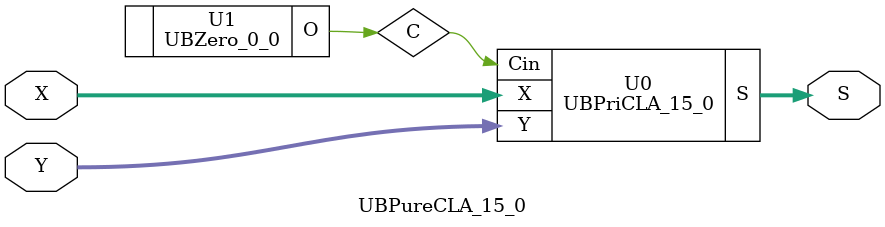
<source format=v>
/*----------------------------------------------------------------------------
  Copyright (c) 2021 Homma laboratory. All rights reserved.

  Top module: UBCLA_15_0_15_0

  Operand-1 length: 16
  Operand-2 length: 16
  Two-operand addition algorithm: Carry look-ahead adder
----------------------------------------------------------------------------*/

module GPGenerator(Go, Po, A, B);
  output Go;
  output Po;
  input A;
  input B;
  assign Go = A & B;
  assign Po = A ^ B;
endmodule

module CLAUnit_16(C, G, P, Cin);
  output [16:1] C;
  input Cin;
  input [15:0] G;
  input [15:0] P;
  assign C[1] = G[0] | ( P[0] & Cin );
  assign C[2] = G[1] | ( P[1] & G[0] ) | ( P[1] & P[0] & Cin );
  assign C[3] = G[2] | ( P[2] & G[1] ) | ( P[2] & P[1] & G[0] ) | ( P[2] & P[1] & P[0] & Cin );
  assign C[4] = G[3] | ( P[3] & G[2] ) | ( P[3] & P[2] & G[1] ) | ( P[3] & P[2] & P[1] & G[0] ) | ( P[3] & P[2] & P[1] & P[0] & Cin );
  assign C[5] = G[4] | ( P[4] & G[3] ) | ( P[4] & P[3] & G[2] ) | ( P[4] & P[3] & P[2] & G[1] ) | ( P[4] & P[3] & P[2] & P[1] & G[0] ) | ( P[4] & P[3] & P[2] & P[1] & P[0] & Cin );
  assign C[6] = G[5] | ( P[5] & G[4] ) | ( P[5] & P[4] & G[3] ) | ( P[5] & P[4] & P[3] & G[2] ) | ( P[5] & P[4] & P[3] & P[2] & G[1] ) | ( P[5] & P[4] & P[3] & P[2] & P[1] & G[0] ) | ( P[5] & P[4] & P[3]
 & P[2] & P[1] & P[0] & Cin );
  assign C[7] = G[6] | ( P[6] & G[5] ) | ( P[6] & P[5] & G[4] ) | ( P[6] & P[5] & P[4] & G[3] ) | ( P[6] & P[5] & P[4] & P[3] & G[2] ) | ( P[6] & P[5] & P[4] & P[3] & P[2] & G[1] ) | ( P[6] & P[5] & P[4]
 & P[3] & P[2] & P[1] & G[0] ) | ( P[6] & P[5] & P[4] & P[3] & P[2] & P[1] & P[0] & Cin );
  assign C[8] = G[7] | ( P[7] & G[6] ) | ( P[7] & P[6] & G[5] ) | ( P[7] & P[6] & P[5] & G[4] ) | ( P[7] & P[6] & P[5] & P[4] & G[3] ) | ( P[7] & P[6] & P[5] & P[4] & P[3] & G[2] ) | ( P[7] & P[6] & P[5]
 & P[4] & P[3] & P[2] & G[1] ) | ( P[7] & P[6] & P[5] & P[4] & P[3] & P[2] & P[1] & G[0] ) | ( P[7] & P[6] & P[5] & P[4] & P[3] & P[2] & P[1] & P[0] & Cin );
  assign C[9] = G[8] | ( P[8] & G[7] ) | ( P[8] & P[7] & G[6] ) | ( P[8] & P[7] & P[6] & G[5] ) | ( P[8] & P[7] & P[6] & P[5] & G[4] ) | ( P[8] & P[7] & P[6] & P[5] & P[4] & G[3] ) | ( P[8] & P[7] & P[6]
 & P[5] & P[4] & P[3] & G[2] ) | ( P[8] & P[7] & P[6] & P[5] & P[4] & P[3] & P[2] & G[1] ) | ( P[8] & P[7] & P[6] & P[5] & P[4] & P[3] & P[2] & P[1] & G[0] ) | ( P[8] & P[7] & P[6] & P[5] & P[4] & P[3]
 & P[2] & P[1] & P[0] & Cin );
  assign C[10] = G[9] | ( P[9] & G[8] ) | ( P[9] & P[8] & G[7] ) | ( P[9] & P[8] & P[7] & G[6] ) | ( P[9] & P[8] & P[7] & P[6] & G[5] ) | ( P[9] & P[8] & P[7] & P[6] & P[5] & G[4] ) | ( P[9] & P[8] & P[7]
 & P[6] & P[5] & P[4] & G[3] ) | ( P[9] & P[8] & P[7] & P[6] & P[5] & P[4] & P[3] & G[2] ) | ( P[9] & P[8] & P[7] & P[6] & P[5] & P[4] & P[3] & P[2] & G[1] ) | ( P[9] & P[8] & P[7] & P[6] & P[5] & P[4]
 & P[3] & P[2] & P[1] & G[0] ) | ( P[9] & P[8] & P[7] & P[6] & P[5] & P[4] & P[3] & P[2] & P[1] & P[0] & Cin );
  assign C[11] = G[10] | ( P[10] & G[9] ) | ( P[10] & P[9] & G[8] ) | ( P[10] & P[9] & P[8] & G[7] ) | ( P[10] & P[9] & P[8] & P[7] & G[6] ) | ( P[10] & P[9] & P[8] & P[7] & P[6] & G[5] ) | ( P[10] & P[9]
 & P[8] & P[7] & P[6] & P[5] & G[4] ) | ( P[10] & P[9] & P[8] & P[7] & P[6] & P[5] & P[4] & G[3] ) | ( P[10] & P[9] & P[8] & P[7] & P[6] & P[5] & P[4] & P[3] & G[2] ) | ( P[10] & P[9] & P[8] & P[7] & P[6]
 & P[5] & P[4] & P[3] & P[2] & G[1] ) | ( P[10] & P[9] & P[8] & P[7] & P[6] & P[5] & P[4] & P[3] & P[2] & P[1] & G[0] ) | ( P[10] & P[9] & P[8] & P[7] & P[6] & P[5] & P[4] & P[3] & P[2] & P[1] & P[0] &
 Cin );
  assign C[12] = G[11] | ( P[11] & G[10] ) | ( P[11] & P[10] & G[9] ) | ( P[11] & P[10] & P[9] & G[8] ) | ( P[11] & P[10] & P[9] & P[8] & G[7] ) | ( P[11] & P[10] & P[9] & P[8] & P[7] & G[6] ) | ( P[11]
 & P[10] & P[9] & P[8] & P[7] & P[6] & G[5] ) | ( P[11] & P[10] & P[9] & P[8] & P[7] & P[6] & P[5] & G[4] ) | ( P[11] & P[10] & P[9] & P[8] & P[7] & P[6] & P[5] & P[4] & G[3] ) | ( P[11] & P[10] & P[9]
 & P[8] & P[7] & P[6] & P[5] & P[4] & P[3] & G[2] ) | ( P[11] & P[10] & P[9] & P[8] & P[7] & P[6] & P[5] & P[4] & P[3] & P[2] & G[1] ) | ( P[11] & P[10] & P[9] & P[8] & P[7] & P[6] & P[5] & P[4] & P[3]
 & P[2] & P[1] & G[0] ) | ( P[11] & P[10] & P[9] & P[8] & P[7] & P[6] & P[5] & P[4] & P[3] & P[2] & P[1] & P[0] & Cin );
  assign C[13] = G[12] | ( P[12] & G[11] ) | ( P[12] & P[11] & G[10] ) | ( P[12] & P[11] & P[10] & G[9] ) | ( P[12] & P[11] & P[10] & P[9] & G[8] ) | ( P[12] & P[11] & P[10] & P[9] & P[8] & G[7] ) | ( P[12]
 & P[11] & P[10] & P[9] & P[8] & P[7] & G[6] ) | ( P[12] & P[11] & P[10] & P[9] & P[8] & P[7] & P[6] & G[5] ) | ( P[12] & P[11] & P[10] & P[9] & P[8] & P[7] & P[6] & P[5] & G[4] ) | ( P[12] & P[11] & P[10]
 & P[9] & P[8] & P[7] & P[6] & P[5] & P[4] & G[3] ) | ( P[12] & P[11] & P[10] & P[9] & P[8] & P[7] & P[6] & P[5] & P[4] & P[3] & G[2] ) | ( P[12] & P[11] & P[10] & P[9] & P[8] & P[7] & P[6] & P[5] & P[4]
 & P[3] & P[2] & G[1] ) | ( P[12] & P[11] & P[10] & P[9] & P[8] & P[7] & P[6] & P[5] & P[4] & P[3] & P[2] & P[1] & G[0] ) | ( P[12] & P[11] & P[10] & P[9] & P[8] & P[7] & P[6] & P[5] & P[4] & P[3] & P[2]
 & P[1] & P[0] & Cin );
  assign C[14] = G[13] | ( P[13] & G[12] ) | ( P[13] & P[12] & G[11] ) | ( P[13] & P[12] & P[11] & G[10] ) | ( P[13] & P[12] & P[11] & P[10] & G[9] ) | ( P[13] & P[12] & P[11] & P[10] & P[9] & G[8] ) |
 ( P[13] & P[12] & P[11] & P[10] & P[9] & P[8] & G[7] ) | ( P[13] & P[12] & P[11] & P[10] & P[9] & P[8] & P[7] & G[6] ) | ( P[13] & P[12] & P[11] & P[10] & P[9] & P[8] & P[7] & P[6] & G[5] ) | ( P[13] &
 P[12] & P[11] & P[10] & P[9] & P[8] & P[7] & P[6] & P[5] & G[4] ) | ( P[13] & P[12] & P[11] & P[10] & P[9] & P[8] & P[7] & P[6] & P[5] & P[4] & G[3] ) | ( P[13] & P[12] & P[11] & P[10] & P[9] & P[8] &
 P[7] & P[6] & P[5] & P[4] & P[3] & G[2] ) | ( P[13] & P[12] & P[11] & P[10] & P[9] & P[8] & P[7] & P[6] & P[5] & P[4] & P[3] & P[2] & G[1] ) | ( P[13] & P[12] & P[11] & P[10] & P[9] & P[8] & P[7] & P[6]
 & P[5] & P[4] & P[3] & P[2] & P[1] & G[0] ) | ( P[13] & P[12] & P[11] & P[10] & P[9] & P[8] & P[7] & P[6] & P[5] & P[4] & P[3] & P[2] & P[1] & P[0] & Cin );
  assign C[15] = G[14] | ( P[14] & G[13] ) | ( P[14] & P[13] & G[12] ) | ( P[14] & P[13] & P[12] & G[11] ) | ( P[14] & P[13] & P[12] & P[11] & G[10] ) | ( P[14] & P[13] & P[12] & P[11] & P[10] & G[9] )
 | ( P[14] & P[13] & P[12] & P[11] & P[10] & P[9] & G[8] ) | ( P[14] & P[13] & P[12] & P[11] & P[10] & P[9] & P[8] & G[7] ) | ( P[14] & P[13] & P[12] & P[11] & P[10] & P[9] & P[8] & P[7] & G[6] ) | ( P[14]
 & P[13] & P[12] & P[11] & P[10] & P[9] & P[8] & P[7] & P[6] & G[5] ) | ( P[14] & P[13] & P[12] & P[11] & P[10] & P[9] & P[8] & P[7] & P[6] & P[5] & G[4] ) | ( P[14] & P[13] & P[12] & P[11] & P[10] & P[9]
 & P[8] & P[7] & P[6] & P[5] & P[4] & G[3] ) | ( P[14] & P[13] & P[12] & P[11] & P[10] & P[9] & P[8] & P[7] & P[6] & P[5] & P[4] & P[3] & G[2] ) | ( P[14] & P[13] & P[12] & P[11] & P[10] & P[9] & P[8] &
 P[7] & P[6] & P[5] & P[4] & P[3] & P[2] & G[1] ) | ( P[14] & P[13] & P[12] & P[11] & P[10] & P[9] & P[8] & P[7] & P[6] & P[5] & P[4] & P[3] & P[2] & P[1] & G[0] ) | ( P[14] & P[13] & P[12] & P[11] & P[10]
 & P[9] & P[8] & P[7] & P[6] & P[5] & P[4] & P[3] & P[2] & P[1] & P[0] & Cin );
  assign C[16] = G[15] | ( P[15] & G[14] ) | ( P[15] & P[14] & G[13] ) | ( P[15] & P[14] & P[13] & G[12] ) | ( P[15] & P[14] & P[13] & P[12] & G[11] ) | ( P[15] & P[14] & P[13] & P[12] & P[11] & G[10] )
 | ( P[15] & P[14] & P[13] & P[12] & P[11] & P[10] & G[9] ) | ( P[15] & P[14] & P[13] & P[12] & P[11] & P[10] & P[9] & G[8] ) | ( P[15] & P[14] & P[13] & P[12] & P[11] & P[10] & P[9] & P[8] & G[7] ) | (
 P[15] & P[14] & P[13] & P[12] & P[11] & P[10] & P[9] & P[8] & P[7] & G[6] ) | ( P[15] & P[14] & P[13] & P[12] & P[11] & P[10] & P[9] & P[8] & P[7] & P[6] & G[5] ) | ( P[15] & P[14] & P[13] & P[12] & P[11]
 & P[10] & P[9] & P[8] & P[7] & P[6] & P[5] & G[4] ) | ( P[15] & P[14] & P[13] & P[12] & P[11] & P[10] & P[9] & P[8] & P[7] & P[6] & P[5] & P[4] & G[3] ) | ( P[15] & P[14] & P[13] & P[12] & P[11] & P[10]
 & P[9] & P[8] & P[7] & P[6] & P[5] & P[4] & P[3] & G[2] ) | ( P[15] & P[14] & P[13] & P[12] & P[11] & P[10] & P[9] & P[8] & P[7] & P[6] & P[5] & P[4] & P[3] & P[2] & G[1] ) | ( P[15] & P[14] & P[13] &
 P[12] & P[11] & P[10] & P[9] & P[8] & P[7] & P[6] & P[5] & P[4] & P[3] & P[2] & P[1] & G[0] ) | ( P[15] & P[14] & P[13] & P[12] & P[11] & P[10] & P[9] & P[8] & P[7] & P[6] & P[5] & P[4] & P[3] & P[2] &
 P[1] & P[0] & Cin );
endmodule

module UBPriCLA_15_0(S, X, Y, Cin);
  output [16:0] S;
  input Cin;
  input [15:0] X;
  input [15:0] Y;
  wire [16:1] C;
  wire [15:0] G;
  wire [15:0] P;
  assign S[0] = Cin ^ P[0];
  assign S[1] = C[1] ^ P[1];
  assign S[2] = C[2] ^ P[2];
  assign S[3] = C[3] ^ P[3];
  assign S[4] = C[4] ^ P[4];
  assign S[5] = C[5] ^ P[5];
  assign S[6] = C[6] ^ P[6];
  assign S[7] = C[7] ^ P[7];
  assign S[8] = C[8] ^ P[8];
  assign S[9] = C[9] ^ P[9];
  assign S[10] = C[10] ^ P[10];
  assign S[11] = C[11] ^ P[11];
  assign S[12] = C[12] ^ P[12];
  assign S[13] = C[13] ^ P[13];
  assign S[14] = C[14] ^ P[14];
  assign S[15] = C[15] ^ P[15];
  assign S[16] = C[16];
  GPGenerator U0 (G[0], P[0], X[0], Y[0]);
  GPGenerator U1 (G[1], P[1], X[1], Y[1]);
  GPGenerator U2 (G[2], P[2], X[2], Y[2]);
  GPGenerator U3 (G[3], P[3], X[3], Y[3]);
  GPGenerator U4 (G[4], P[4], X[4], Y[4]);
  GPGenerator U5 (G[5], P[5], X[5], Y[5]);
  GPGenerator U6 (G[6], P[6], X[6], Y[6]);
  GPGenerator U7 (G[7], P[7], X[7], Y[7]);
  GPGenerator U8 (G[8], P[8], X[8], Y[8]);
  GPGenerator U9 (G[9], P[9], X[9], Y[9]);
  GPGenerator U10 (G[10], P[10], X[10], Y[10]);
  GPGenerator U11 (G[11], P[11], X[11], Y[11]);
  GPGenerator U12 (G[12], P[12], X[12], Y[12]);
  GPGenerator U13 (G[13], P[13], X[13], Y[13]);
  GPGenerator U14 (G[14], P[14], X[14], Y[14]);
  GPGenerator U15 (G[15], P[15], X[15], Y[15]);
  CLAUnit_16 U16 (C, G, P, Cin);
endmodule

module UBZero_0_0(O);
  output [0:0] O;
  assign O[0] = 0;
endmodule

module UBCLA_15_0_15_0 (S, X, Y);
  output [16:0] S;
  input [15:0] X;
  input [15:0] Y;
  UBPureCLA_15_0 U0 (S[16:0], X[15:0], Y[15:0]);
endmodule

module UBPureCLA_15_0 (S, X, Y);
  output [16:0] S;
  input [15:0] X;
  input [15:0] Y;
  wire C;
  UBPriCLA_15_0 U0 (S, X, Y, C);
  UBZero_0_0 U1 (C);
endmodule


</source>
